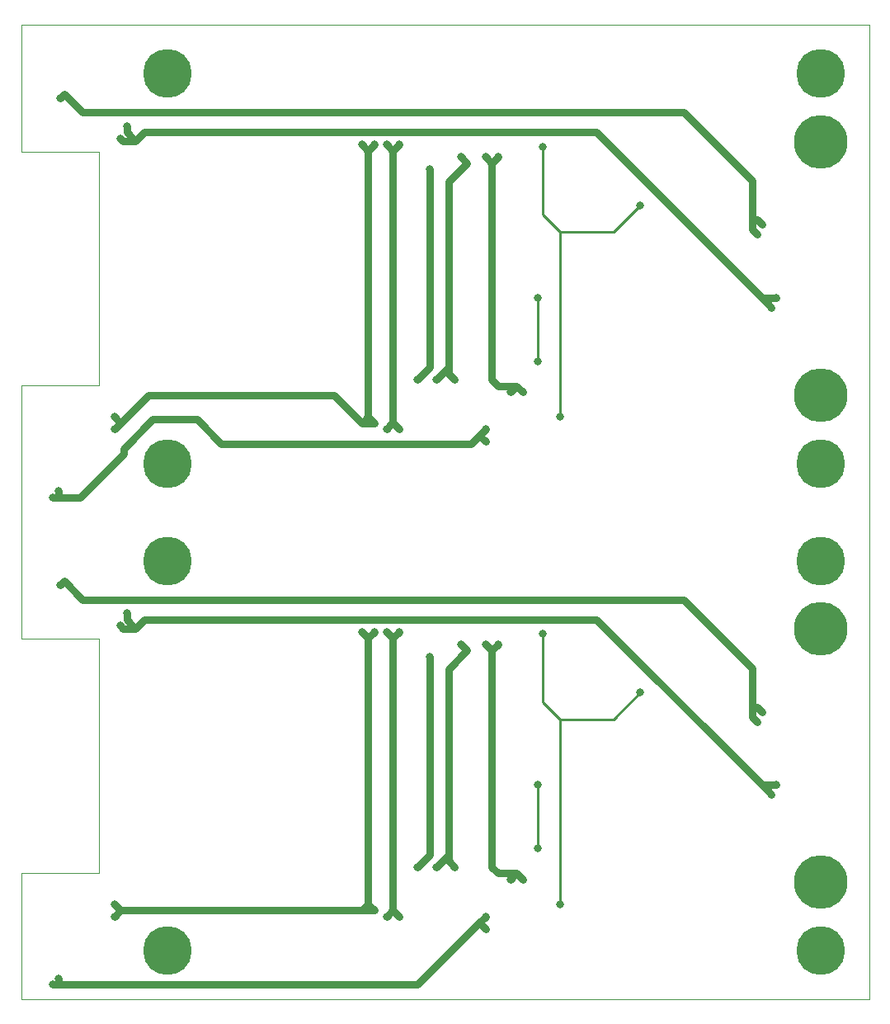
<source format=gbr>
G04 #@! TF.GenerationSoftware,KiCad,Pcbnew,(5.0.0-rc2-60-gbfa89039c)*
G04 #@! TF.CreationDate,2019-08-02T13:48:58+03:00*
G04 #@! TF.ProjectId,ModelPCB,4D6F64656C5043422E6B696361645F70,rev?*
G04 #@! TF.SameCoordinates,Original*
G04 #@! TF.FileFunction,Copper,L2,Bot,Signal*
G04 #@! TF.FilePolarity,Positive*
%FSLAX46Y46*%
G04 Gerber Fmt 4.6, Leading zero omitted, Abs format (unit mm)*
G04 Created by KiCad (PCBNEW (5.0.0-rc2-60-gbfa89039c)) date 08/02/19 13:48:58*
%MOMM*%
%LPD*%
G01*
G04 APERTURE LIST*
G04 #@! TA.AperFunction,NonConductor*
%ADD10C,0.050000*%
G04 #@! TD*
G04 #@! TA.AperFunction,ComponentPad*
%ADD11C,5.000000*%
G04 #@! TD*
G04 #@! TA.AperFunction,ComponentPad*
%ADD12C,5.500000*%
G04 #@! TD*
G04 #@! TA.AperFunction,ViaPad*
%ADD13C,0.800000*%
G04 #@! TD*
G04 #@! TA.AperFunction,Conductor*
%ADD14C,0.800000*%
G04 #@! TD*
G04 #@! TA.AperFunction,Conductor*
%ADD15C,0.250000*%
G04 #@! TD*
G04 APERTURE END LIST*
D10*
X162300000Y-150900000D02*
X162300000Y-126900000D01*
X154300000Y-126900000D02*
X154300000Y-113900000D01*
X162300000Y-126900000D02*
X154300000Y-126900000D01*
X154300000Y-150900000D02*
X162300000Y-150900000D01*
X154300000Y-163900000D02*
X154300000Y-150900000D01*
X241300000Y-163900000D02*
X241300000Y-113900000D01*
X241300000Y-163900000D02*
X154300000Y-163900000D01*
X154300000Y-63900000D02*
X241300000Y-63900000D01*
X154300000Y-113900000D02*
X154300000Y-100900000D01*
X154300000Y-76900000D02*
X154300000Y-63900000D01*
X162300000Y-76900000D02*
X154300000Y-76900000D01*
X162300000Y-100900000D02*
X162300000Y-76900000D01*
X154300000Y-100900000D02*
X162300000Y-100900000D01*
X241300000Y-113900000D02*
X241300000Y-63900000D01*
D11*
G04 #@! TO.P,H3,1*
G04 #@! TO.N,N/C*
X236300000Y-118900000D03*
G04 #@! TD*
G04 #@! TO.P,H1,1*
G04 #@! TO.N,N/C*
X169300000Y-158900000D03*
G04 #@! TD*
D12*
G04 #@! TO.P,H5,1*
G04 #@! TO.N,N/C*
X236300000Y-125900000D03*
G04 #@! TD*
G04 #@! TO.P,H6,1*
G04 #@! TO.N,N/C*
X236300000Y-151900000D03*
G04 #@! TD*
D11*
G04 #@! TO.P,H2,1*
G04 #@! TO.N,N/C*
X169300000Y-118900000D03*
G04 #@! TD*
G04 #@! TO.P,H4,1*
G04 #@! TO.N,N/C*
X236300000Y-158900000D03*
G04 #@! TD*
G04 #@! TO.P,H2,1*
G04 #@! TO.N,N/C*
X169300000Y-68900000D03*
G04 #@! TD*
G04 #@! TO.P,H3,1*
G04 #@! TO.N,N/C*
X236300000Y-68900000D03*
G04 #@! TD*
D12*
G04 #@! TO.P,H6,1*
G04 #@! TO.N,N/C*
X236300000Y-101900000D03*
G04 #@! TD*
D11*
G04 #@! TO.P,H4,1*
G04 #@! TO.N,N/C*
X236300000Y-108900000D03*
G04 #@! TD*
D12*
G04 #@! TO.P,H5,1*
G04 #@! TO.N,N/C*
X236300000Y-75900000D03*
G04 #@! TD*
D11*
G04 #@! TO.P,H1,1*
G04 #@! TO.N,N/C*
X169300000Y-108900000D03*
G04 #@! TD*
D13*
G04 #@! TO.N,Net-(J1-Pad2)*
X165100000Y-74295000D03*
X164465000Y-75565000D03*
X231300000Y-92899948D03*
X231800000Y-91900000D03*
X165100000Y-124295000D03*
X164465000Y-125565000D03*
X231300000Y-142899948D03*
X231800000Y-141900000D03*
G04 #@! TO.N,/GND*
X199390000Y-77470000D03*
X196850000Y-100330000D03*
X198755000Y-100330000D03*
X196215000Y-78740000D03*
X194945000Y-100330000D03*
X196215000Y-128740000D03*
X199390000Y-127470000D03*
X196850000Y-150330000D03*
X198755000Y-150330000D03*
X194945000Y-150330000D03*
G04 #@! TO.N,Net-(J1-Pad5)*
X158300000Y-71400000D03*
X229800000Y-85400000D03*
X230300000Y-84400000D03*
X158300000Y-121400000D03*
X229800000Y-135400000D03*
X230300000Y-134400000D03*
G04 #@! TO.N,/SIG*
X209550000Y-104140000D03*
X207800000Y-76400000D03*
X217800000Y-82400000D03*
X209550000Y-154140000D03*
X207800000Y-126400000D03*
X217800000Y-132400000D03*
G04 #@! TO.N,/5V*
X201930000Y-77470000D03*
X203200000Y-77470000D03*
X205740000Y-101600000D03*
X204470000Y-101600000D03*
X157480000Y-112395000D03*
X158115000Y-111760000D03*
X201930000Y-105410000D03*
X201930000Y-106680000D03*
X201930000Y-127470000D03*
X203200000Y-127470000D03*
X205740000Y-151600000D03*
X204470000Y-151600000D03*
X157480000Y-162395000D03*
X158115000Y-161760000D03*
X201930000Y-155410000D03*
X201930000Y-156680000D03*
G04 #@! TO.N,/12V*
X163830000Y-104140000D03*
X163830000Y-105410000D03*
X189230000Y-76200000D03*
X190500000Y-76200000D03*
X190500000Y-104775000D03*
X189230000Y-104775000D03*
X163830000Y-154140000D03*
X163830000Y-155410000D03*
X189230000Y-126200000D03*
X190500000Y-126200000D03*
X190500000Y-154775000D03*
X189230000Y-154775000D03*
G04 #@! TO.N,Net-(J2-Pad2)*
X193040000Y-76200000D03*
X191770000Y-76200000D03*
X193040000Y-155410000D03*
X193040000Y-126200000D03*
X191770000Y-126200000D03*
X191770000Y-155410000D03*
X191770000Y-105399990D03*
X193040000Y-105399990D03*
G04 #@! TO.N,/SIG_BP*
X207300000Y-98400000D03*
X207300000Y-91900000D03*
X207300000Y-148400000D03*
X207300000Y-141900000D03*
G04 #@! TD*
D14*
G04 #@! TO.N,Net-(J1-Pad2)*
X166004992Y-75834992D02*
X165100000Y-74930000D01*
X165100000Y-74930000D02*
X165100000Y-74295000D01*
X166004992Y-75834992D02*
X164734992Y-75834992D01*
X164734992Y-75834992D02*
X164465000Y-75565000D01*
X230900001Y-92499949D02*
X231300000Y-92899948D01*
X166909984Y-74930000D02*
X213330052Y-74930000D01*
X166004992Y-75834992D02*
X166909984Y-74930000D01*
X230300052Y-91900000D02*
X231800000Y-91900000D01*
X230300052Y-91900000D02*
X230900001Y-92499949D01*
X213330052Y-74930000D02*
X230300052Y-91900000D01*
X230900001Y-142499949D02*
X231300000Y-142899948D01*
X166909984Y-124930000D02*
X213330052Y-124930000D01*
X166004992Y-125834992D02*
X166909984Y-124930000D01*
X213330052Y-124930000D02*
X230300052Y-141900000D01*
X230300052Y-141900000D02*
X230900001Y-142499949D01*
X230300052Y-141900000D02*
X231800000Y-141900000D01*
X164734992Y-125834992D02*
X164465000Y-125565000D01*
X165100000Y-124930000D02*
X165100000Y-124295000D01*
X166004992Y-125834992D02*
X164734992Y-125834992D01*
X166004992Y-125834992D02*
X165100000Y-124930000D01*
G04 #@! TO.N,/GND*
X199390000Y-77470000D02*
X200025000Y-78105000D01*
X200025000Y-78105000D02*
X198120000Y-80010000D01*
X198120000Y-80010000D02*
X198120000Y-99060000D01*
X198120000Y-99060000D02*
X196850000Y-100330000D01*
X198120000Y-99060000D02*
X198120000Y-99695000D01*
X198120000Y-99695000D02*
X198755000Y-100330000D01*
X196215000Y-78740000D02*
X196215000Y-99060000D01*
X196215000Y-99060000D02*
X194945000Y-100330000D01*
X196215000Y-128740000D02*
X196215000Y-149060000D01*
X198120000Y-149695000D02*
X198755000Y-150330000D01*
X198120000Y-149060000D02*
X198120000Y-149695000D01*
X199390000Y-127470000D02*
X200025000Y-128105000D01*
X200025000Y-128105000D02*
X198120000Y-130010000D01*
X198120000Y-149060000D02*
X196850000Y-150330000D01*
X198120000Y-130010000D02*
X198120000Y-149060000D01*
X196215000Y-149060000D02*
X194945000Y-150330000D01*
G04 #@! TO.N,Net-(J1-Pad5)*
X158699999Y-71000001D02*
X158300000Y-71400000D01*
X160599998Y-72900000D02*
X158699999Y-71000001D01*
X229300000Y-79900000D02*
X222300000Y-72900000D01*
X222300000Y-72900000D02*
X160599998Y-72900000D01*
X229300000Y-84900000D02*
X229800000Y-85400000D01*
X229800000Y-83900000D02*
X229300000Y-83900000D01*
X230300000Y-84400000D02*
X229800000Y-83900000D01*
X229300000Y-79900000D02*
X229300000Y-83900000D01*
X229300000Y-83900000D02*
X229300000Y-84900000D01*
X230300000Y-134400000D02*
X229800000Y-133900000D01*
X229800000Y-133900000D02*
X229300000Y-133900000D01*
X229300000Y-129900000D02*
X229300000Y-133900000D01*
X160599998Y-122900000D02*
X158699999Y-121000001D01*
X229300000Y-133900000D02*
X229300000Y-134900000D01*
X229300000Y-134900000D02*
X229800000Y-135400000D01*
X222300000Y-122900000D02*
X160599998Y-122900000D01*
X158699999Y-121000001D02*
X158300000Y-121400000D01*
X229300000Y-129900000D02*
X222300000Y-122900000D01*
D15*
G04 #@! TO.N,/SIG*
X207800000Y-83400000D02*
X207800000Y-76400000D01*
X209550000Y-104140000D02*
X209550000Y-85150000D01*
X209550000Y-85150000D02*
X207800000Y-83400000D01*
X209550000Y-85150000D02*
X215050000Y-85150000D01*
X215050000Y-85150000D02*
X217800000Y-82400000D01*
X207800000Y-133400000D02*
X207800000Y-126400000D01*
X209550000Y-154140000D02*
X209550000Y-135150000D01*
X209550000Y-135150000D02*
X207800000Y-133400000D01*
X209550000Y-135150000D02*
X215050000Y-135150000D01*
X215050000Y-135150000D02*
X217800000Y-132400000D01*
D14*
G04 #@! TO.N,/5V*
X201930000Y-77470000D02*
X202565000Y-78105000D01*
X203200000Y-77470000D02*
X202565000Y-78105000D01*
X205740000Y-101600000D02*
X205105000Y-100965000D01*
X204470000Y-101600000D02*
X205105000Y-100965000D01*
X158115000Y-112395000D02*
X157480000Y-112395000D01*
X158115000Y-112395000D02*
X158115000Y-111760000D01*
X201295000Y-106045000D02*
X201930000Y-106680000D01*
X201930000Y-105410000D02*
X201295000Y-106045000D01*
X202565000Y-78105000D02*
X202565000Y-100330000D01*
X203200000Y-100965000D02*
X202565000Y-100330000D01*
X205105000Y-100965000D02*
X203200000Y-100965000D01*
X202565000Y-128105000D02*
X202565000Y-150330000D01*
X205105000Y-150965000D02*
X203200000Y-150965000D01*
X205740000Y-151600000D02*
X205105000Y-150965000D01*
X201295000Y-156045000D02*
X194945000Y-162395000D01*
X201930000Y-127470000D02*
X202565000Y-128105000D01*
X201295000Y-156045000D02*
X201930000Y-156680000D01*
X158115000Y-162395000D02*
X157480000Y-162395000D01*
X203200000Y-127470000D02*
X202565000Y-128105000D01*
X204470000Y-151600000D02*
X205105000Y-150965000D01*
X194945000Y-162395000D02*
X158115000Y-162395000D01*
X201930000Y-155410000D02*
X201295000Y-156045000D01*
X203200000Y-150965000D02*
X202565000Y-150330000D01*
X158115000Y-162395000D02*
X158115000Y-161760000D01*
X164800000Y-107900000D02*
X160305000Y-112395000D01*
X160305000Y-112395000D02*
X158115000Y-112395000D01*
X201295000Y-106045000D02*
X200440000Y-106900000D01*
X200440000Y-106900000D02*
X174800000Y-106900000D01*
X174800000Y-106900000D02*
X172300000Y-104400000D01*
X172300000Y-104400000D02*
X167800000Y-104400000D01*
X167800000Y-104400000D02*
X164800000Y-107400000D01*
X164800000Y-107400000D02*
X164800000Y-107900000D01*
G04 #@! TO.N,/12V*
X164465000Y-104775000D02*
X163830000Y-104140000D01*
X164465000Y-104775000D02*
X163830000Y-105410000D01*
X189865000Y-76835000D02*
X189230000Y-76200000D01*
X189865000Y-76835000D02*
X190500000Y-76200000D01*
X190500000Y-104775000D02*
X189230000Y-104775000D01*
X189865000Y-104140000D02*
X190500000Y-104775000D01*
X189865000Y-76835000D02*
X189865000Y-104140000D01*
X189865000Y-104140000D02*
X189230000Y-104775000D01*
X164465000Y-154775000D02*
X163830000Y-155410000D01*
X189865000Y-126835000D02*
X189230000Y-126200000D01*
X164465000Y-154775000D02*
X163830000Y-154140000D01*
X189865000Y-126835000D02*
X190500000Y-126200000D01*
X189230000Y-154775000D02*
X164465000Y-154775000D01*
X189865000Y-154140000D02*
X190500000Y-154775000D01*
X189865000Y-126835000D02*
X189865000Y-154140000D01*
X190500000Y-154775000D02*
X189230000Y-154775000D01*
X189865000Y-154140000D02*
X189230000Y-154775000D01*
X167340000Y-101900000D02*
X164465000Y-104775000D01*
X189230000Y-104775000D02*
X186355000Y-101900000D01*
X186355000Y-101900000D02*
X167340000Y-101900000D01*
G04 #@! TO.N,Net-(J2-Pad2)*
X192405000Y-104775000D02*
X192405000Y-76835000D01*
X192405000Y-76835000D02*
X193040000Y-76200000D01*
X191770000Y-76200000D02*
X192405000Y-76835000D01*
X192405000Y-154775000D02*
X192405000Y-126835000D01*
X193040000Y-155410000D02*
X192405000Y-154775000D01*
X191770000Y-126200000D02*
X192405000Y-126835000D01*
X192405000Y-154775000D02*
X191770000Y-155410000D01*
X192405000Y-126835000D02*
X193040000Y-126200000D01*
X192640001Y-104999991D02*
X193040000Y-105399990D01*
X192415010Y-104775000D02*
X192640001Y-104999991D01*
X192405000Y-104775000D02*
X192415010Y-104775000D01*
X192169999Y-104999991D02*
X191770000Y-105399990D01*
X192405000Y-104775000D02*
X192394990Y-104775000D01*
X192394990Y-104775000D02*
X192169999Y-104999991D01*
D15*
G04 #@! TO.N,/SIG_BP*
X207300000Y-98400000D02*
X207300000Y-94400000D01*
X207300000Y-94400000D02*
X207300000Y-91900000D01*
X207300000Y-148400000D02*
X207300000Y-144400000D01*
X207300000Y-144400000D02*
X207300000Y-141900000D01*
G04 #@! TD*
M02*

</source>
